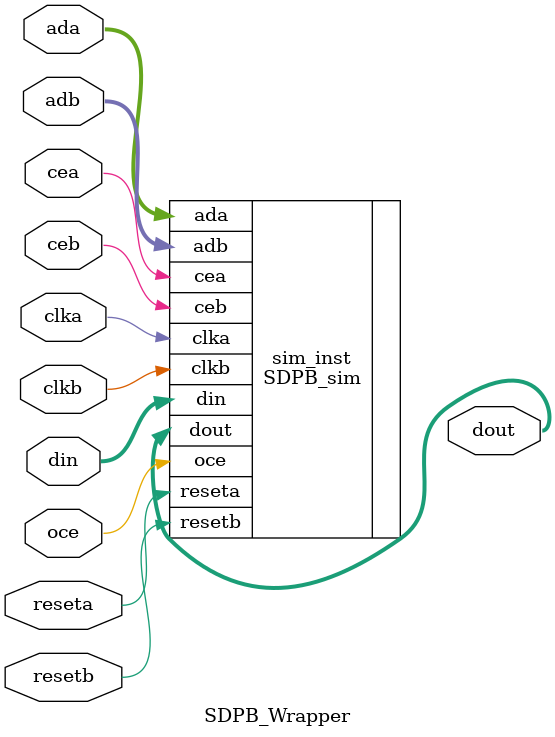
<source format=sv>

module SDPB_Wrapper #(
    parameter int ADDRESS_DEPTH_A = 512,
    parameter int DATA_WIDTH_A    = 32,
    parameter int ADDRESS_DEPTH_B = 512,
    parameter int DATA_WIDTH_B    = 32
)(
    input  logic                         clka,
    input  logic                         cea,
    input  logic                         oce,
    input  logic                         reseta,
    input  logic [$clog2(ADDRESS_DEPTH_A)-1:0] ada,
    input  logic [DATA_WIDTH_A-1:0]      din,

    input  logic                         clkb,
    input  logic                         ceb,
    input  logic                         resetb,
    input  logic [$clog2(ADDRESS_DEPTH_B)-1:0] adb,
    output logic [DATA_WIDTH_B-1:0]      dout
);

    `ifndef REAL
        `define SIMULATION 0
    `endif

    `ifdef SIMULATION  // Simulation aktivieren
        SDPB_sim #(
            .ADDRESS_DEPTH_A(ADDRESS_DEPTH_A),
            .DATA_WIDTH_A(DATA_WIDTH_A),
            .ADDRESS_DEPTH_B(ADDRESS_DEPTH_B),
            .DATA_WIDTH_B(DATA_WIDTH_B)
        ) sim_inst (
            .clka(clka),
            .cea(cea),
            .oce(oce),
            .reseta(reseta),
            .ada(ada),
            .din(din),

            .clkb(clkb),
            .ceb(ceb),
            .resetb(resetb),
            .adb(adb),
            .dout(dout)
        );
    `else  // Simulation deaktivieren
        Gowin_SDPB real_inst (
            .dout(dout),
            .clka(clka),
            .cea(cea),
            .reseta(reseta),
            .clkb(clkb),
            .ceb(ceb),
            .resetb(resetb),
            .oce(oce),
            .ada(ada),
            .din(din),
            .adb(adb)
        );
    `endif // SIMULATION

endmodule

</source>
